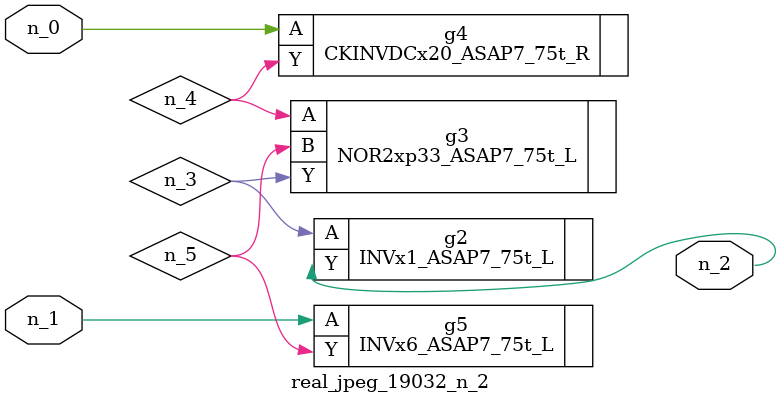
<source format=v>
module real_jpeg_19032_n_2 (n_1, n_0, n_2);

input n_1;
input n_0;

output n_2;

wire n_5;
wire n_4;
wire n_3;

CKINVDCx20_ASAP7_75t_R g4 ( 
.A(n_0),
.Y(n_4)
);

INVx6_ASAP7_75t_L g5 ( 
.A(n_1),
.Y(n_5)
);

INVx1_ASAP7_75t_L g2 ( 
.A(n_3),
.Y(n_2)
);

NOR2xp33_ASAP7_75t_L g3 ( 
.A(n_4),
.B(n_5),
.Y(n_3)
);


endmodule
</source>
